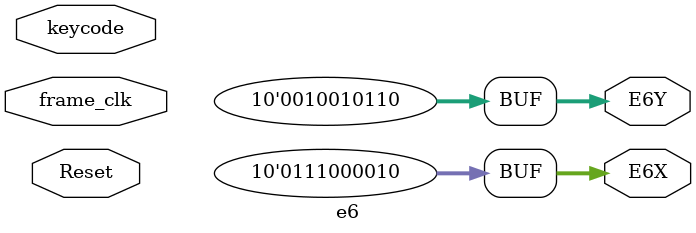
<source format=sv>



module  e6 ( input Reset, frame_clk, input [7:0] keycode,
               output [9:0]  E6X, E6Y);
    
       
    assign E6X = 450;
   
    assign E6Y = 150;
    

endmodule

</source>
